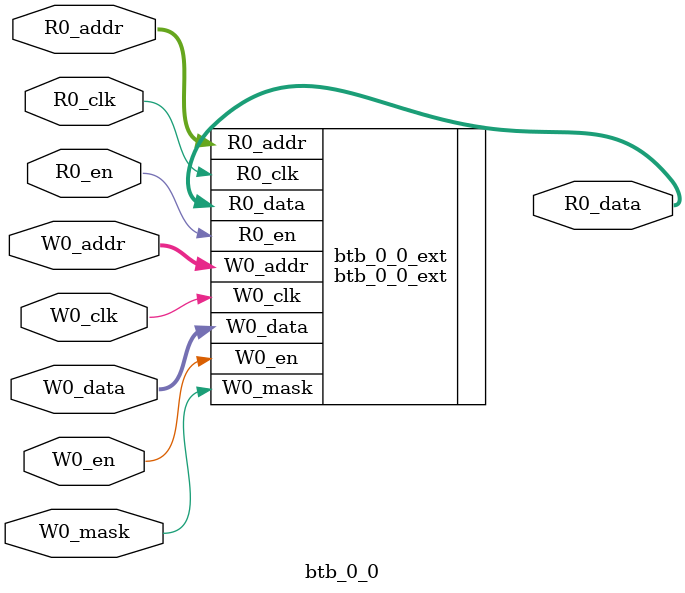
<source format=sv>
`ifndef RANDOMIZE
  `ifdef RANDOMIZE_REG_INIT
    `define RANDOMIZE
  `endif // RANDOMIZE_REG_INIT
`endif // not def RANDOMIZE
`ifndef RANDOMIZE
  `ifdef RANDOMIZE_MEM_INIT
    `define RANDOMIZE
  `endif // RANDOMIZE_MEM_INIT
`endif // not def RANDOMIZE

`ifndef RANDOM
  `define RANDOM $random
`endif // not def RANDOM

// Users can define 'PRINTF_COND' to add an extra gate to prints.
`ifndef PRINTF_COND_
  `ifdef PRINTF_COND
    `define PRINTF_COND_ (`PRINTF_COND)
  `else  // PRINTF_COND
    `define PRINTF_COND_ 1
  `endif // PRINTF_COND
`endif // not def PRINTF_COND_

// Users can define INIT_RANDOM as general code that gets injected into the
// initializer block for modules with registers.
`ifndef INIT_RANDOM
  `define INIT_RANDOM
`endif // not def INIT_RANDOM

// If using random initialization, you can also define RANDOMIZE_DELAY to
// customize the delay used, otherwise 0.002 is used.
`ifndef RANDOMIZE_DELAY
  `define RANDOMIZE_DELAY 0.002
`endif // not def RANDOMIZE_DELAY

// Define INIT_RANDOM_PROLOG_ for use in our modules below.
`ifndef INIT_RANDOM_PROLOG_
  `ifdef RANDOMIZE
    `ifdef VERILATOR
      `define INIT_RANDOM_PROLOG_ `INIT_RANDOM
    `else  // VERILATOR
      `define INIT_RANDOM_PROLOG_ `INIT_RANDOM #`RANDOMIZE_DELAY begin end
    `endif // VERILATOR
  `else  // RANDOMIZE
    `define INIT_RANDOM_PROLOG_
  `endif // RANDOMIZE
`endif // not def INIT_RANDOM_PROLOG_

// Include register initializers in init blocks unless synthesis is set
`ifndef SYNTHESIS
  `ifndef ENABLE_INITIAL_REG_
    `define ENABLE_INITIAL_REG_
  `endif // not def ENABLE_INITIAL_REG_
`endif // not def SYNTHESIS

// Include rmemory initializers in init blocks unless synthesis is set
`ifndef SYNTHESIS
  `ifndef ENABLE_INITIAL_MEM_
    `define ENABLE_INITIAL_MEM_
  `endif // not def ENABLE_INITIAL_MEM_
`endif // not def SYNTHESIS

module btb_0_0(
  input  [6:0]  R0_addr,
  input         R0_en,
                R0_clk,
  input  [6:0]  W0_addr,
  input         W0_en,
                W0_clk,
  input  [13:0] W0_data,
  input         W0_mask,
  output [13:0] R0_data
);

  btb_0_0_ext btb_0_0_ext (
    .R0_addr (R0_addr),
    .R0_en   (R0_en),
    .R0_clk  (R0_clk),
    .W0_addr (W0_addr),
    .W0_en   (W0_en),
    .W0_clk  (W0_clk),
    .W0_data (W0_data),
    .W0_mask (W0_mask),
    .R0_data (R0_data)
  );
endmodule


</source>
